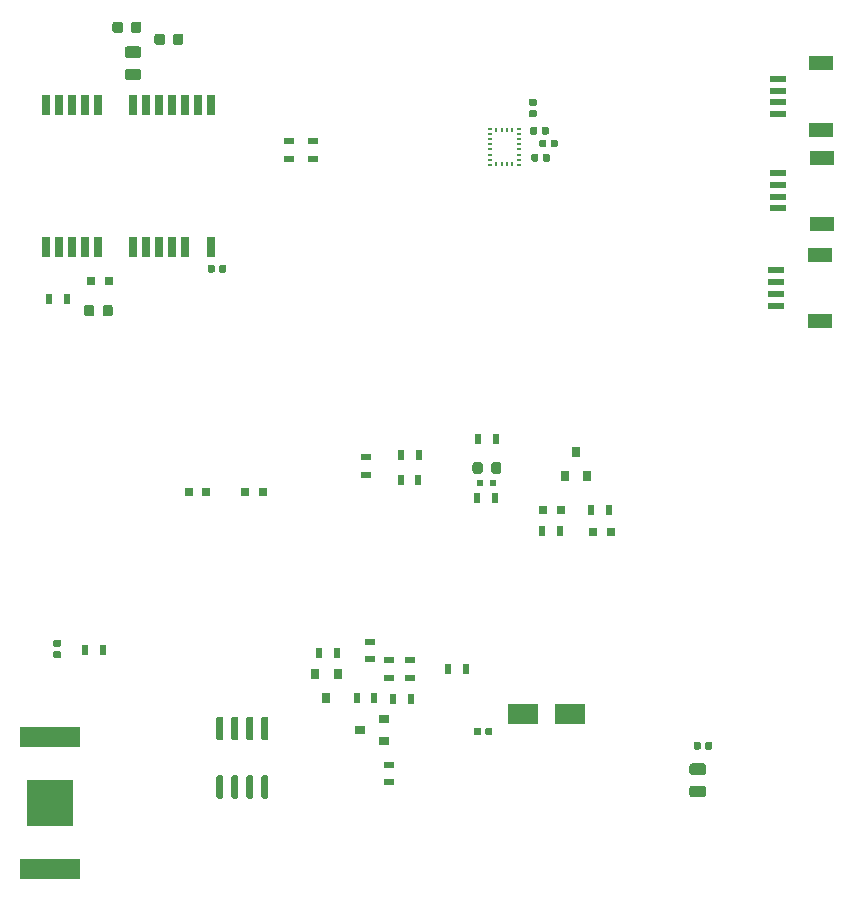
<source format=gtp>
G04 #@! TF.GenerationSoftware,KiCad,Pcbnew,(5.1.5)-3*
G04 #@! TF.CreationDate,2020-05-03T22:11:19-07:00*
G04 #@! TF.ProjectId,DashSight-Mezzanine-Card,44617368-5369-4676-9874-2d4d657a7a61,rev?*
G04 #@! TF.SameCoordinates,Original*
G04 #@! TF.FileFunction,Paste,Top*
G04 #@! TF.FilePolarity,Positive*
%FSLAX46Y46*%
G04 Gerber Fmt 4.6, Leading zero omitted, Abs format (unit mm)*
G04 Created by KiCad (PCBNEW (5.1.5)-3) date 2020-05-03 22:11:19*
%MOMM*%
%LPD*%
G04 APERTURE LIST*
%ADD10C,0.100000*%
%ADD11R,0.350000X0.230000*%
%ADD12R,0.230000X0.350000*%
%ADD13R,1.998980X1.198880*%
%ADD14R,1.348740X0.599440*%
%ADD15R,0.800000X0.900000*%
%ADD16R,0.800000X1.800000*%
%ADD17R,0.900000X0.800000*%
%ADD18R,0.800000X0.750000*%
%ADD19R,4.000000X4.000000*%
%ADD20R,5.100000X1.800000*%
%ADD21R,2.500000X1.800000*%
%ADD22R,0.500000X0.900000*%
%ADD23R,0.600000X0.500000*%
%ADD24R,0.900000X0.500000*%
G04 APERTURE END LIST*
D10*
G36*
X138187691Y-75726053D02*
G01*
X138208926Y-75729203D01*
X138229750Y-75734419D01*
X138249962Y-75741651D01*
X138269368Y-75750830D01*
X138287781Y-75761866D01*
X138305024Y-75774654D01*
X138320930Y-75789070D01*
X138335346Y-75804976D01*
X138348134Y-75822219D01*
X138359170Y-75840632D01*
X138368349Y-75860038D01*
X138375581Y-75880250D01*
X138380797Y-75901074D01*
X138383947Y-75922309D01*
X138385000Y-75943750D01*
X138385000Y-76456250D01*
X138383947Y-76477691D01*
X138380797Y-76498926D01*
X138375581Y-76519750D01*
X138368349Y-76539962D01*
X138359170Y-76559368D01*
X138348134Y-76577781D01*
X138335346Y-76595024D01*
X138320930Y-76610930D01*
X138305024Y-76625346D01*
X138287781Y-76638134D01*
X138269368Y-76649170D01*
X138249962Y-76658349D01*
X138229750Y-76665581D01*
X138208926Y-76670797D01*
X138187691Y-76673947D01*
X138166250Y-76675000D01*
X137728750Y-76675000D01*
X137707309Y-76673947D01*
X137686074Y-76670797D01*
X137665250Y-76665581D01*
X137645038Y-76658349D01*
X137625632Y-76649170D01*
X137607219Y-76638134D01*
X137589976Y-76625346D01*
X137574070Y-76610930D01*
X137559654Y-76595024D01*
X137546866Y-76577781D01*
X137535830Y-76559368D01*
X137526651Y-76539962D01*
X137519419Y-76519750D01*
X137514203Y-76498926D01*
X137511053Y-76477691D01*
X137510000Y-76456250D01*
X137510000Y-75943750D01*
X137511053Y-75922309D01*
X137514203Y-75901074D01*
X137519419Y-75880250D01*
X137526651Y-75860038D01*
X137535830Y-75840632D01*
X137546866Y-75822219D01*
X137559654Y-75804976D01*
X137574070Y-75789070D01*
X137589976Y-75774654D01*
X137607219Y-75761866D01*
X137625632Y-75750830D01*
X137645038Y-75741651D01*
X137665250Y-75734419D01*
X137686074Y-75729203D01*
X137707309Y-75726053D01*
X137728750Y-75725000D01*
X138166250Y-75725000D01*
X138187691Y-75726053D01*
G37*
G36*
X136612691Y-75726053D02*
G01*
X136633926Y-75729203D01*
X136654750Y-75734419D01*
X136674962Y-75741651D01*
X136694368Y-75750830D01*
X136712781Y-75761866D01*
X136730024Y-75774654D01*
X136745930Y-75789070D01*
X136760346Y-75804976D01*
X136773134Y-75822219D01*
X136784170Y-75840632D01*
X136793349Y-75860038D01*
X136800581Y-75880250D01*
X136805797Y-75901074D01*
X136808947Y-75922309D01*
X136810000Y-75943750D01*
X136810000Y-76456250D01*
X136808947Y-76477691D01*
X136805797Y-76498926D01*
X136800581Y-76519750D01*
X136793349Y-76539962D01*
X136784170Y-76559368D01*
X136773134Y-76577781D01*
X136760346Y-76595024D01*
X136745930Y-76610930D01*
X136730024Y-76625346D01*
X136712781Y-76638134D01*
X136694368Y-76649170D01*
X136674962Y-76658349D01*
X136654750Y-76665581D01*
X136633926Y-76670797D01*
X136612691Y-76673947D01*
X136591250Y-76675000D01*
X136153750Y-76675000D01*
X136132309Y-76673947D01*
X136111074Y-76670797D01*
X136090250Y-76665581D01*
X136070038Y-76658349D01*
X136050632Y-76649170D01*
X136032219Y-76638134D01*
X136014976Y-76625346D01*
X135999070Y-76610930D01*
X135984654Y-76595024D01*
X135971866Y-76577781D01*
X135960830Y-76559368D01*
X135951651Y-76539962D01*
X135944419Y-76519750D01*
X135939203Y-76498926D01*
X135936053Y-76477691D01*
X135935000Y-76456250D01*
X135935000Y-75943750D01*
X135936053Y-75922309D01*
X135939203Y-75901074D01*
X135944419Y-75880250D01*
X135951651Y-75860038D01*
X135960830Y-75840632D01*
X135971866Y-75822219D01*
X135984654Y-75804976D01*
X135999070Y-75789070D01*
X136014976Y-75774654D01*
X136032219Y-75761866D01*
X136050632Y-75750830D01*
X136070038Y-75741651D01*
X136090250Y-75734419D01*
X136111074Y-75729203D01*
X136132309Y-75726053D01*
X136153750Y-75725000D01*
X136591250Y-75725000D01*
X136612691Y-75726053D01*
G37*
G36*
X151421703Y-115546722D02*
G01*
X151436264Y-115548882D01*
X151450543Y-115552459D01*
X151464403Y-115557418D01*
X151477710Y-115563712D01*
X151490336Y-115571280D01*
X151502159Y-115580048D01*
X151513066Y-115589934D01*
X151522952Y-115600841D01*
X151531720Y-115612664D01*
X151539288Y-115625290D01*
X151545582Y-115638597D01*
X151550541Y-115652457D01*
X151554118Y-115666736D01*
X151556278Y-115681297D01*
X151557000Y-115696000D01*
X151557000Y-117346000D01*
X151556278Y-117360703D01*
X151554118Y-117375264D01*
X151550541Y-117389543D01*
X151545582Y-117403403D01*
X151539288Y-117416710D01*
X151531720Y-117429336D01*
X151522952Y-117441159D01*
X151513066Y-117452066D01*
X151502159Y-117461952D01*
X151490336Y-117470720D01*
X151477710Y-117478288D01*
X151464403Y-117484582D01*
X151450543Y-117489541D01*
X151436264Y-117493118D01*
X151421703Y-117495278D01*
X151407000Y-117496000D01*
X151107000Y-117496000D01*
X151092297Y-117495278D01*
X151077736Y-117493118D01*
X151063457Y-117489541D01*
X151049597Y-117484582D01*
X151036290Y-117478288D01*
X151023664Y-117470720D01*
X151011841Y-117461952D01*
X151000934Y-117452066D01*
X150991048Y-117441159D01*
X150982280Y-117429336D01*
X150974712Y-117416710D01*
X150968418Y-117403403D01*
X150963459Y-117389543D01*
X150959882Y-117375264D01*
X150957722Y-117360703D01*
X150957000Y-117346000D01*
X150957000Y-115696000D01*
X150957722Y-115681297D01*
X150959882Y-115666736D01*
X150963459Y-115652457D01*
X150968418Y-115638597D01*
X150974712Y-115625290D01*
X150982280Y-115612664D01*
X150991048Y-115600841D01*
X151000934Y-115589934D01*
X151011841Y-115580048D01*
X151023664Y-115571280D01*
X151036290Y-115563712D01*
X151049597Y-115557418D01*
X151063457Y-115552459D01*
X151077736Y-115548882D01*
X151092297Y-115546722D01*
X151107000Y-115546000D01*
X151407000Y-115546000D01*
X151421703Y-115546722D01*
G37*
G36*
X150151703Y-115546722D02*
G01*
X150166264Y-115548882D01*
X150180543Y-115552459D01*
X150194403Y-115557418D01*
X150207710Y-115563712D01*
X150220336Y-115571280D01*
X150232159Y-115580048D01*
X150243066Y-115589934D01*
X150252952Y-115600841D01*
X150261720Y-115612664D01*
X150269288Y-115625290D01*
X150275582Y-115638597D01*
X150280541Y-115652457D01*
X150284118Y-115666736D01*
X150286278Y-115681297D01*
X150287000Y-115696000D01*
X150287000Y-117346000D01*
X150286278Y-117360703D01*
X150284118Y-117375264D01*
X150280541Y-117389543D01*
X150275582Y-117403403D01*
X150269288Y-117416710D01*
X150261720Y-117429336D01*
X150252952Y-117441159D01*
X150243066Y-117452066D01*
X150232159Y-117461952D01*
X150220336Y-117470720D01*
X150207710Y-117478288D01*
X150194403Y-117484582D01*
X150180543Y-117489541D01*
X150166264Y-117493118D01*
X150151703Y-117495278D01*
X150137000Y-117496000D01*
X149837000Y-117496000D01*
X149822297Y-117495278D01*
X149807736Y-117493118D01*
X149793457Y-117489541D01*
X149779597Y-117484582D01*
X149766290Y-117478288D01*
X149753664Y-117470720D01*
X149741841Y-117461952D01*
X149730934Y-117452066D01*
X149721048Y-117441159D01*
X149712280Y-117429336D01*
X149704712Y-117416710D01*
X149698418Y-117403403D01*
X149693459Y-117389543D01*
X149689882Y-117375264D01*
X149687722Y-117360703D01*
X149687000Y-117346000D01*
X149687000Y-115696000D01*
X149687722Y-115681297D01*
X149689882Y-115666736D01*
X149693459Y-115652457D01*
X149698418Y-115638597D01*
X149704712Y-115625290D01*
X149712280Y-115612664D01*
X149721048Y-115600841D01*
X149730934Y-115589934D01*
X149741841Y-115580048D01*
X149753664Y-115571280D01*
X149766290Y-115563712D01*
X149779597Y-115557418D01*
X149793457Y-115552459D01*
X149807736Y-115548882D01*
X149822297Y-115546722D01*
X149837000Y-115546000D01*
X150137000Y-115546000D01*
X150151703Y-115546722D01*
G37*
G36*
X148881703Y-115546722D02*
G01*
X148896264Y-115548882D01*
X148910543Y-115552459D01*
X148924403Y-115557418D01*
X148937710Y-115563712D01*
X148950336Y-115571280D01*
X148962159Y-115580048D01*
X148973066Y-115589934D01*
X148982952Y-115600841D01*
X148991720Y-115612664D01*
X148999288Y-115625290D01*
X149005582Y-115638597D01*
X149010541Y-115652457D01*
X149014118Y-115666736D01*
X149016278Y-115681297D01*
X149017000Y-115696000D01*
X149017000Y-117346000D01*
X149016278Y-117360703D01*
X149014118Y-117375264D01*
X149010541Y-117389543D01*
X149005582Y-117403403D01*
X148999288Y-117416710D01*
X148991720Y-117429336D01*
X148982952Y-117441159D01*
X148973066Y-117452066D01*
X148962159Y-117461952D01*
X148950336Y-117470720D01*
X148937710Y-117478288D01*
X148924403Y-117484582D01*
X148910543Y-117489541D01*
X148896264Y-117493118D01*
X148881703Y-117495278D01*
X148867000Y-117496000D01*
X148567000Y-117496000D01*
X148552297Y-117495278D01*
X148537736Y-117493118D01*
X148523457Y-117489541D01*
X148509597Y-117484582D01*
X148496290Y-117478288D01*
X148483664Y-117470720D01*
X148471841Y-117461952D01*
X148460934Y-117452066D01*
X148451048Y-117441159D01*
X148442280Y-117429336D01*
X148434712Y-117416710D01*
X148428418Y-117403403D01*
X148423459Y-117389543D01*
X148419882Y-117375264D01*
X148417722Y-117360703D01*
X148417000Y-117346000D01*
X148417000Y-115696000D01*
X148417722Y-115681297D01*
X148419882Y-115666736D01*
X148423459Y-115652457D01*
X148428418Y-115638597D01*
X148434712Y-115625290D01*
X148442280Y-115612664D01*
X148451048Y-115600841D01*
X148460934Y-115589934D01*
X148471841Y-115580048D01*
X148483664Y-115571280D01*
X148496290Y-115563712D01*
X148509597Y-115557418D01*
X148523457Y-115552459D01*
X148537736Y-115548882D01*
X148552297Y-115546722D01*
X148567000Y-115546000D01*
X148867000Y-115546000D01*
X148881703Y-115546722D01*
G37*
G36*
X147611703Y-115546722D02*
G01*
X147626264Y-115548882D01*
X147640543Y-115552459D01*
X147654403Y-115557418D01*
X147667710Y-115563712D01*
X147680336Y-115571280D01*
X147692159Y-115580048D01*
X147703066Y-115589934D01*
X147712952Y-115600841D01*
X147721720Y-115612664D01*
X147729288Y-115625290D01*
X147735582Y-115638597D01*
X147740541Y-115652457D01*
X147744118Y-115666736D01*
X147746278Y-115681297D01*
X147747000Y-115696000D01*
X147747000Y-117346000D01*
X147746278Y-117360703D01*
X147744118Y-117375264D01*
X147740541Y-117389543D01*
X147735582Y-117403403D01*
X147729288Y-117416710D01*
X147721720Y-117429336D01*
X147712952Y-117441159D01*
X147703066Y-117452066D01*
X147692159Y-117461952D01*
X147680336Y-117470720D01*
X147667710Y-117478288D01*
X147654403Y-117484582D01*
X147640543Y-117489541D01*
X147626264Y-117493118D01*
X147611703Y-117495278D01*
X147597000Y-117496000D01*
X147297000Y-117496000D01*
X147282297Y-117495278D01*
X147267736Y-117493118D01*
X147253457Y-117489541D01*
X147239597Y-117484582D01*
X147226290Y-117478288D01*
X147213664Y-117470720D01*
X147201841Y-117461952D01*
X147190934Y-117452066D01*
X147181048Y-117441159D01*
X147172280Y-117429336D01*
X147164712Y-117416710D01*
X147158418Y-117403403D01*
X147153459Y-117389543D01*
X147149882Y-117375264D01*
X147147722Y-117360703D01*
X147147000Y-117346000D01*
X147147000Y-115696000D01*
X147147722Y-115681297D01*
X147149882Y-115666736D01*
X147153459Y-115652457D01*
X147158418Y-115638597D01*
X147164712Y-115625290D01*
X147172280Y-115612664D01*
X147181048Y-115600841D01*
X147190934Y-115589934D01*
X147201841Y-115580048D01*
X147213664Y-115571280D01*
X147226290Y-115563712D01*
X147239597Y-115557418D01*
X147253457Y-115552459D01*
X147267736Y-115548882D01*
X147282297Y-115546722D01*
X147297000Y-115546000D01*
X147597000Y-115546000D01*
X147611703Y-115546722D01*
G37*
G36*
X147611703Y-110596722D02*
G01*
X147626264Y-110598882D01*
X147640543Y-110602459D01*
X147654403Y-110607418D01*
X147667710Y-110613712D01*
X147680336Y-110621280D01*
X147692159Y-110630048D01*
X147703066Y-110639934D01*
X147712952Y-110650841D01*
X147721720Y-110662664D01*
X147729288Y-110675290D01*
X147735582Y-110688597D01*
X147740541Y-110702457D01*
X147744118Y-110716736D01*
X147746278Y-110731297D01*
X147747000Y-110746000D01*
X147747000Y-112396000D01*
X147746278Y-112410703D01*
X147744118Y-112425264D01*
X147740541Y-112439543D01*
X147735582Y-112453403D01*
X147729288Y-112466710D01*
X147721720Y-112479336D01*
X147712952Y-112491159D01*
X147703066Y-112502066D01*
X147692159Y-112511952D01*
X147680336Y-112520720D01*
X147667710Y-112528288D01*
X147654403Y-112534582D01*
X147640543Y-112539541D01*
X147626264Y-112543118D01*
X147611703Y-112545278D01*
X147597000Y-112546000D01*
X147297000Y-112546000D01*
X147282297Y-112545278D01*
X147267736Y-112543118D01*
X147253457Y-112539541D01*
X147239597Y-112534582D01*
X147226290Y-112528288D01*
X147213664Y-112520720D01*
X147201841Y-112511952D01*
X147190934Y-112502066D01*
X147181048Y-112491159D01*
X147172280Y-112479336D01*
X147164712Y-112466710D01*
X147158418Y-112453403D01*
X147153459Y-112439543D01*
X147149882Y-112425264D01*
X147147722Y-112410703D01*
X147147000Y-112396000D01*
X147147000Y-110746000D01*
X147147722Y-110731297D01*
X147149882Y-110716736D01*
X147153459Y-110702457D01*
X147158418Y-110688597D01*
X147164712Y-110675290D01*
X147172280Y-110662664D01*
X147181048Y-110650841D01*
X147190934Y-110639934D01*
X147201841Y-110630048D01*
X147213664Y-110621280D01*
X147226290Y-110613712D01*
X147239597Y-110607418D01*
X147253457Y-110602459D01*
X147267736Y-110598882D01*
X147282297Y-110596722D01*
X147297000Y-110596000D01*
X147597000Y-110596000D01*
X147611703Y-110596722D01*
G37*
G36*
X148881703Y-110596722D02*
G01*
X148896264Y-110598882D01*
X148910543Y-110602459D01*
X148924403Y-110607418D01*
X148937710Y-110613712D01*
X148950336Y-110621280D01*
X148962159Y-110630048D01*
X148973066Y-110639934D01*
X148982952Y-110650841D01*
X148991720Y-110662664D01*
X148999288Y-110675290D01*
X149005582Y-110688597D01*
X149010541Y-110702457D01*
X149014118Y-110716736D01*
X149016278Y-110731297D01*
X149017000Y-110746000D01*
X149017000Y-112396000D01*
X149016278Y-112410703D01*
X149014118Y-112425264D01*
X149010541Y-112439543D01*
X149005582Y-112453403D01*
X148999288Y-112466710D01*
X148991720Y-112479336D01*
X148982952Y-112491159D01*
X148973066Y-112502066D01*
X148962159Y-112511952D01*
X148950336Y-112520720D01*
X148937710Y-112528288D01*
X148924403Y-112534582D01*
X148910543Y-112539541D01*
X148896264Y-112543118D01*
X148881703Y-112545278D01*
X148867000Y-112546000D01*
X148567000Y-112546000D01*
X148552297Y-112545278D01*
X148537736Y-112543118D01*
X148523457Y-112539541D01*
X148509597Y-112534582D01*
X148496290Y-112528288D01*
X148483664Y-112520720D01*
X148471841Y-112511952D01*
X148460934Y-112502066D01*
X148451048Y-112491159D01*
X148442280Y-112479336D01*
X148434712Y-112466710D01*
X148428418Y-112453403D01*
X148423459Y-112439543D01*
X148419882Y-112425264D01*
X148417722Y-112410703D01*
X148417000Y-112396000D01*
X148417000Y-110746000D01*
X148417722Y-110731297D01*
X148419882Y-110716736D01*
X148423459Y-110702457D01*
X148428418Y-110688597D01*
X148434712Y-110675290D01*
X148442280Y-110662664D01*
X148451048Y-110650841D01*
X148460934Y-110639934D01*
X148471841Y-110630048D01*
X148483664Y-110621280D01*
X148496290Y-110613712D01*
X148509597Y-110607418D01*
X148523457Y-110602459D01*
X148537736Y-110598882D01*
X148552297Y-110596722D01*
X148567000Y-110596000D01*
X148867000Y-110596000D01*
X148881703Y-110596722D01*
G37*
G36*
X150151703Y-110596722D02*
G01*
X150166264Y-110598882D01*
X150180543Y-110602459D01*
X150194403Y-110607418D01*
X150207710Y-110613712D01*
X150220336Y-110621280D01*
X150232159Y-110630048D01*
X150243066Y-110639934D01*
X150252952Y-110650841D01*
X150261720Y-110662664D01*
X150269288Y-110675290D01*
X150275582Y-110688597D01*
X150280541Y-110702457D01*
X150284118Y-110716736D01*
X150286278Y-110731297D01*
X150287000Y-110746000D01*
X150287000Y-112396000D01*
X150286278Y-112410703D01*
X150284118Y-112425264D01*
X150280541Y-112439543D01*
X150275582Y-112453403D01*
X150269288Y-112466710D01*
X150261720Y-112479336D01*
X150252952Y-112491159D01*
X150243066Y-112502066D01*
X150232159Y-112511952D01*
X150220336Y-112520720D01*
X150207710Y-112528288D01*
X150194403Y-112534582D01*
X150180543Y-112539541D01*
X150166264Y-112543118D01*
X150151703Y-112545278D01*
X150137000Y-112546000D01*
X149837000Y-112546000D01*
X149822297Y-112545278D01*
X149807736Y-112543118D01*
X149793457Y-112539541D01*
X149779597Y-112534582D01*
X149766290Y-112528288D01*
X149753664Y-112520720D01*
X149741841Y-112511952D01*
X149730934Y-112502066D01*
X149721048Y-112491159D01*
X149712280Y-112479336D01*
X149704712Y-112466710D01*
X149698418Y-112453403D01*
X149693459Y-112439543D01*
X149689882Y-112425264D01*
X149687722Y-112410703D01*
X149687000Y-112396000D01*
X149687000Y-110746000D01*
X149687722Y-110731297D01*
X149689882Y-110716736D01*
X149693459Y-110702457D01*
X149698418Y-110688597D01*
X149704712Y-110675290D01*
X149712280Y-110662664D01*
X149721048Y-110650841D01*
X149730934Y-110639934D01*
X149741841Y-110630048D01*
X149753664Y-110621280D01*
X149766290Y-110613712D01*
X149779597Y-110607418D01*
X149793457Y-110602459D01*
X149807736Y-110598882D01*
X149822297Y-110596722D01*
X149837000Y-110596000D01*
X150137000Y-110596000D01*
X150151703Y-110596722D01*
G37*
G36*
X151421703Y-110596722D02*
G01*
X151436264Y-110598882D01*
X151450543Y-110602459D01*
X151464403Y-110607418D01*
X151477710Y-110613712D01*
X151490336Y-110621280D01*
X151502159Y-110630048D01*
X151513066Y-110639934D01*
X151522952Y-110650841D01*
X151531720Y-110662664D01*
X151539288Y-110675290D01*
X151545582Y-110688597D01*
X151550541Y-110702457D01*
X151554118Y-110716736D01*
X151556278Y-110731297D01*
X151557000Y-110746000D01*
X151557000Y-112396000D01*
X151556278Y-112410703D01*
X151554118Y-112425264D01*
X151550541Y-112439543D01*
X151545582Y-112453403D01*
X151539288Y-112466710D01*
X151531720Y-112479336D01*
X151522952Y-112491159D01*
X151513066Y-112502066D01*
X151502159Y-112511952D01*
X151490336Y-112520720D01*
X151477710Y-112528288D01*
X151464403Y-112534582D01*
X151450543Y-112539541D01*
X151436264Y-112543118D01*
X151421703Y-112545278D01*
X151407000Y-112546000D01*
X151107000Y-112546000D01*
X151092297Y-112545278D01*
X151077736Y-112543118D01*
X151063457Y-112539541D01*
X151049597Y-112534582D01*
X151036290Y-112528288D01*
X151023664Y-112520720D01*
X151011841Y-112511952D01*
X151000934Y-112502066D01*
X150991048Y-112491159D01*
X150982280Y-112479336D01*
X150974712Y-112466710D01*
X150968418Y-112453403D01*
X150963459Y-112439543D01*
X150959882Y-112425264D01*
X150957722Y-112410703D01*
X150957000Y-112396000D01*
X150957000Y-110746000D01*
X150957722Y-110731297D01*
X150959882Y-110716736D01*
X150963459Y-110702457D01*
X150968418Y-110688597D01*
X150974712Y-110675290D01*
X150982280Y-110662664D01*
X150991048Y-110650841D01*
X151000934Y-110639934D01*
X151011841Y-110630048D01*
X151023664Y-110621280D01*
X151036290Y-110613712D01*
X151049597Y-110607418D01*
X151063457Y-110602459D01*
X151077736Y-110598882D01*
X151092297Y-110596722D01*
X151107000Y-110596000D01*
X151407000Y-110596000D01*
X151421703Y-110596722D01*
G37*
D11*
X170275800Y-63836600D03*
X170275800Y-63406600D03*
X170275800Y-62976600D03*
X170275800Y-62546600D03*
X170275800Y-62116600D03*
X170275800Y-61686600D03*
X170275800Y-61256600D03*
X170275800Y-60826600D03*
X172725800Y-63836600D03*
X172725800Y-63406600D03*
X172725800Y-62976600D03*
X172725800Y-62546600D03*
X172725800Y-62116600D03*
X172725800Y-61686600D03*
X172725800Y-61256600D03*
D12*
X170855800Y-63806600D03*
X170855800Y-60856600D03*
X171285800Y-63806600D03*
X171285800Y-60856600D03*
X171715800Y-63806600D03*
X171715800Y-60856600D03*
X172145800Y-63806600D03*
X172145800Y-60856600D03*
D11*
X172725800Y-60826600D03*
D13*
X198236840Y-77068680D03*
X198236840Y-71470520D03*
D14*
X194564000Y-72771000D03*
X194564000Y-73771760D03*
X194564000Y-74767440D03*
X194564000Y-75768200D03*
D13*
X198389240Y-68839080D03*
X198389240Y-63240920D03*
D14*
X194716400Y-64541400D03*
X194716400Y-65542160D03*
X194716400Y-66537840D03*
X194716400Y-67538600D03*
D13*
X198338440Y-60863480D03*
X198338440Y-55265320D03*
D14*
X194665600Y-56565800D03*
X194665600Y-57566560D03*
X194665600Y-58562240D03*
X194665600Y-59563000D03*
D10*
G36*
X171080691Y-89035653D02*
G01*
X171101926Y-89038803D01*
X171122750Y-89044019D01*
X171142962Y-89051251D01*
X171162368Y-89060430D01*
X171180781Y-89071466D01*
X171198024Y-89084254D01*
X171213930Y-89098670D01*
X171228346Y-89114576D01*
X171241134Y-89131819D01*
X171252170Y-89150232D01*
X171261349Y-89169638D01*
X171268581Y-89189850D01*
X171273797Y-89210674D01*
X171276947Y-89231909D01*
X171278000Y-89253350D01*
X171278000Y-89765850D01*
X171276947Y-89787291D01*
X171273797Y-89808526D01*
X171268581Y-89829350D01*
X171261349Y-89849562D01*
X171252170Y-89868968D01*
X171241134Y-89887381D01*
X171228346Y-89904624D01*
X171213930Y-89920530D01*
X171198024Y-89934946D01*
X171180781Y-89947734D01*
X171162368Y-89958770D01*
X171142962Y-89967949D01*
X171122750Y-89975181D01*
X171101926Y-89980397D01*
X171080691Y-89983547D01*
X171059250Y-89984600D01*
X170621750Y-89984600D01*
X170600309Y-89983547D01*
X170579074Y-89980397D01*
X170558250Y-89975181D01*
X170538038Y-89967949D01*
X170518632Y-89958770D01*
X170500219Y-89947734D01*
X170482976Y-89934946D01*
X170467070Y-89920530D01*
X170452654Y-89904624D01*
X170439866Y-89887381D01*
X170428830Y-89868968D01*
X170419651Y-89849562D01*
X170412419Y-89829350D01*
X170407203Y-89808526D01*
X170404053Y-89787291D01*
X170403000Y-89765850D01*
X170403000Y-89253350D01*
X170404053Y-89231909D01*
X170407203Y-89210674D01*
X170412419Y-89189850D01*
X170419651Y-89169638D01*
X170428830Y-89150232D01*
X170439866Y-89131819D01*
X170452654Y-89114576D01*
X170467070Y-89098670D01*
X170482976Y-89084254D01*
X170500219Y-89071466D01*
X170518632Y-89060430D01*
X170538038Y-89051251D01*
X170558250Y-89044019D01*
X170579074Y-89038803D01*
X170600309Y-89035653D01*
X170621750Y-89034600D01*
X171059250Y-89034600D01*
X171080691Y-89035653D01*
G37*
G36*
X169505691Y-89035653D02*
G01*
X169526926Y-89038803D01*
X169547750Y-89044019D01*
X169567962Y-89051251D01*
X169587368Y-89060430D01*
X169605781Y-89071466D01*
X169623024Y-89084254D01*
X169638930Y-89098670D01*
X169653346Y-89114576D01*
X169666134Y-89131819D01*
X169677170Y-89150232D01*
X169686349Y-89169638D01*
X169693581Y-89189850D01*
X169698797Y-89210674D01*
X169701947Y-89231909D01*
X169703000Y-89253350D01*
X169703000Y-89765850D01*
X169701947Y-89787291D01*
X169698797Y-89808526D01*
X169693581Y-89829350D01*
X169686349Y-89849562D01*
X169677170Y-89868968D01*
X169666134Y-89887381D01*
X169653346Y-89904624D01*
X169638930Y-89920530D01*
X169623024Y-89934946D01*
X169605781Y-89947734D01*
X169587368Y-89958770D01*
X169567962Y-89967949D01*
X169547750Y-89975181D01*
X169526926Y-89980397D01*
X169505691Y-89983547D01*
X169484250Y-89984600D01*
X169046750Y-89984600D01*
X169025309Y-89983547D01*
X169004074Y-89980397D01*
X168983250Y-89975181D01*
X168963038Y-89967949D01*
X168943632Y-89958770D01*
X168925219Y-89947734D01*
X168907976Y-89934946D01*
X168892070Y-89920530D01*
X168877654Y-89904624D01*
X168864866Y-89887381D01*
X168853830Y-89868968D01*
X168844651Y-89849562D01*
X168837419Y-89829350D01*
X168832203Y-89808526D01*
X168829053Y-89787291D01*
X168828000Y-89765850D01*
X168828000Y-89253350D01*
X168829053Y-89231909D01*
X168832203Y-89210674D01*
X168837419Y-89189850D01*
X168844651Y-89169638D01*
X168853830Y-89150232D01*
X168864866Y-89131819D01*
X168877654Y-89114576D01*
X168892070Y-89098670D01*
X168907976Y-89084254D01*
X168925219Y-89071466D01*
X168943632Y-89060430D01*
X168963038Y-89051251D01*
X168983250Y-89044019D01*
X169004074Y-89038803D01*
X169025309Y-89035653D01*
X169046750Y-89034600D01*
X169484250Y-89034600D01*
X169505691Y-89035653D01*
G37*
G36*
X174126158Y-58250310D02*
G01*
X174140476Y-58252434D01*
X174154517Y-58255951D01*
X174168146Y-58260828D01*
X174181231Y-58267017D01*
X174193647Y-58274458D01*
X174205273Y-58283081D01*
X174215998Y-58292802D01*
X174225719Y-58303527D01*
X174234342Y-58315153D01*
X174241783Y-58327569D01*
X174247972Y-58340654D01*
X174252849Y-58354283D01*
X174256366Y-58368324D01*
X174258490Y-58382642D01*
X174259200Y-58397100D01*
X174259200Y-58692100D01*
X174258490Y-58706558D01*
X174256366Y-58720876D01*
X174252849Y-58734917D01*
X174247972Y-58748546D01*
X174241783Y-58761631D01*
X174234342Y-58774047D01*
X174225719Y-58785673D01*
X174215998Y-58796398D01*
X174205273Y-58806119D01*
X174193647Y-58814742D01*
X174181231Y-58822183D01*
X174168146Y-58828372D01*
X174154517Y-58833249D01*
X174140476Y-58836766D01*
X174126158Y-58838890D01*
X174111700Y-58839600D01*
X173766700Y-58839600D01*
X173752242Y-58838890D01*
X173737924Y-58836766D01*
X173723883Y-58833249D01*
X173710254Y-58828372D01*
X173697169Y-58822183D01*
X173684753Y-58814742D01*
X173673127Y-58806119D01*
X173662402Y-58796398D01*
X173652681Y-58785673D01*
X173644058Y-58774047D01*
X173636617Y-58761631D01*
X173630428Y-58748546D01*
X173625551Y-58734917D01*
X173622034Y-58720876D01*
X173619910Y-58706558D01*
X173619200Y-58692100D01*
X173619200Y-58397100D01*
X173619910Y-58382642D01*
X173622034Y-58368324D01*
X173625551Y-58354283D01*
X173630428Y-58340654D01*
X173636617Y-58327569D01*
X173644058Y-58315153D01*
X173652681Y-58303527D01*
X173662402Y-58292802D01*
X173673127Y-58283081D01*
X173684753Y-58274458D01*
X173697169Y-58267017D01*
X173710254Y-58260828D01*
X173723883Y-58255951D01*
X173737924Y-58252434D01*
X173752242Y-58250310D01*
X173766700Y-58249600D01*
X174111700Y-58249600D01*
X174126158Y-58250310D01*
G37*
G36*
X174126158Y-59220310D02*
G01*
X174140476Y-59222434D01*
X174154517Y-59225951D01*
X174168146Y-59230828D01*
X174181231Y-59237017D01*
X174193647Y-59244458D01*
X174205273Y-59253081D01*
X174215998Y-59262802D01*
X174225719Y-59273527D01*
X174234342Y-59285153D01*
X174241783Y-59297569D01*
X174247972Y-59310654D01*
X174252849Y-59324283D01*
X174256366Y-59338324D01*
X174258490Y-59352642D01*
X174259200Y-59367100D01*
X174259200Y-59662100D01*
X174258490Y-59676558D01*
X174256366Y-59690876D01*
X174252849Y-59704917D01*
X174247972Y-59718546D01*
X174241783Y-59731631D01*
X174234342Y-59744047D01*
X174225719Y-59755673D01*
X174215998Y-59766398D01*
X174205273Y-59776119D01*
X174193647Y-59784742D01*
X174181231Y-59792183D01*
X174168146Y-59798372D01*
X174154517Y-59803249D01*
X174140476Y-59806766D01*
X174126158Y-59808890D01*
X174111700Y-59809600D01*
X173766700Y-59809600D01*
X173752242Y-59808890D01*
X173737924Y-59806766D01*
X173723883Y-59803249D01*
X173710254Y-59798372D01*
X173697169Y-59792183D01*
X173684753Y-59784742D01*
X173673127Y-59776119D01*
X173662402Y-59766398D01*
X173652681Y-59755673D01*
X173644058Y-59744047D01*
X173636617Y-59731631D01*
X173630428Y-59718546D01*
X173625551Y-59704917D01*
X173622034Y-59690876D01*
X173619910Y-59676558D01*
X173619200Y-59662100D01*
X173619200Y-59367100D01*
X173619910Y-59352642D01*
X173622034Y-59338324D01*
X173625551Y-59324283D01*
X173630428Y-59310654D01*
X173636617Y-59297569D01*
X173644058Y-59285153D01*
X173652681Y-59273527D01*
X173662402Y-59262802D01*
X173673127Y-59253081D01*
X173684753Y-59244458D01*
X173697169Y-59237017D01*
X173710254Y-59230828D01*
X173723883Y-59225951D01*
X173737924Y-59222434D01*
X173752242Y-59220310D01*
X173766700Y-59219600D01*
X174111700Y-59219600D01*
X174126158Y-59220310D01*
G37*
G36*
X175906958Y-61707510D02*
G01*
X175921276Y-61709634D01*
X175935317Y-61713151D01*
X175948946Y-61718028D01*
X175962031Y-61724217D01*
X175974447Y-61731658D01*
X175986073Y-61740281D01*
X175996798Y-61750002D01*
X176006519Y-61760727D01*
X176015142Y-61772353D01*
X176022583Y-61784769D01*
X176028772Y-61797854D01*
X176033649Y-61811483D01*
X176037166Y-61825524D01*
X176039290Y-61839842D01*
X176040000Y-61854300D01*
X176040000Y-62199300D01*
X176039290Y-62213758D01*
X176037166Y-62228076D01*
X176033649Y-62242117D01*
X176028772Y-62255746D01*
X176022583Y-62268831D01*
X176015142Y-62281247D01*
X176006519Y-62292873D01*
X175996798Y-62303598D01*
X175986073Y-62313319D01*
X175974447Y-62321942D01*
X175962031Y-62329383D01*
X175948946Y-62335572D01*
X175935317Y-62340449D01*
X175921276Y-62343966D01*
X175906958Y-62346090D01*
X175892500Y-62346800D01*
X175597500Y-62346800D01*
X175583042Y-62346090D01*
X175568724Y-62343966D01*
X175554683Y-62340449D01*
X175541054Y-62335572D01*
X175527969Y-62329383D01*
X175515553Y-62321942D01*
X175503927Y-62313319D01*
X175493202Y-62303598D01*
X175483481Y-62292873D01*
X175474858Y-62281247D01*
X175467417Y-62268831D01*
X175461228Y-62255746D01*
X175456351Y-62242117D01*
X175452834Y-62228076D01*
X175450710Y-62213758D01*
X175450000Y-62199300D01*
X175450000Y-61854300D01*
X175450710Y-61839842D01*
X175452834Y-61825524D01*
X175456351Y-61811483D01*
X175461228Y-61797854D01*
X175467417Y-61784769D01*
X175474858Y-61772353D01*
X175483481Y-61760727D01*
X175493202Y-61750002D01*
X175503927Y-61740281D01*
X175515553Y-61731658D01*
X175527969Y-61724217D01*
X175541054Y-61718028D01*
X175554683Y-61713151D01*
X175568724Y-61709634D01*
X175583042Y-61707510D01*
X175597500Y-61706800D01*
X175892500Y-61706800D01*
X175906958Y-61707510D01*
G37*
G36*
X174936958Y-61707510D02*
G01*
X174951276Y-61709634D01*
X174965317Y-61713151D01*
X174978946Y-61718028D01*
X174992031Y-61724217D01*
X175004447Y-61731658D01*
X175016073Y-61740281D01*
X175026798Y-61750002D01*
X175036519Y-61760727D01*
X175045142Y-61772353D01*
X175052583Y-61784769D01*
X175058772Y-61797854D01*
X175063649Y-61811483D01*
X175067166Y-61825524D01*
X175069290Y-61839842D01*
X175070000Y-61854300D01*
X175070000Y-62199300D01*
X175069290Y-62213758D01*
X175067166Y-62228076D01*
X175063649Y-62242117D01*
X175058772Y-62255746D01*
X175052583Y-62268831D01*
X175045142Y-62281247D01*
X175036519Y-62292873D01*
X175026798Y-62303598D01*
X175016073Y-62313319D01*
X175004447Y-62321942D01*
X174992031Y-62329383D01*
X174978946Y-62335572D01*
X174965317Y-62340449D01*
X174951276Y-62343966D01*
X174936958Y-62346090D01*
X174922500Y-62346800D01*
X174627500Y-62346800D01*
X174613042Y-62346090D01*
X174598724Y-62343966D01*
X174584683Y-62340449D01*
X174571054Y-62335572D01*
X174557969Y-62329383D01*
X174545553Y-62321942D01*
X174533927Y-62313319D01*
X174523202Y-62303598D01*
X174513481Y-62292873D01*
X174504858Y-62281247D01*
X174497417Y-62268831D01*
X174491228Y-62255746D01*
X174486351Y-62242117D01*
X174482834Y-62228076D01*
X174480710Y-62213758D01*
X174480000Y-62199300D01*
X174480000Y-61854300D01*
X174480710Y-61839842D01*
X174482834Y-61825524D01*
X174486351Y-61811483D01*
X174491228Y-61797854D01*
X174497417Y-61784769D01*
X174504858Y-61772353D01*
X174513481Y-61760727D01*
X174523202Y-61750002D01*
X174533927Y-61740281D01*
X174545553Y-61731658D01*
X174557969Y-61724217D01*
X174571054Y-61718028D01*
X174584683Y-61713151D01*
X174598724Y-61709634D01*
X174613042Y-61707510D01*
X174627500Y-61706800D01*
X174922500Y-61706800D01*
X174936958Y-61707510D01*
G37*
G36*
X175144958Y-60640710D02*
G01*
X175159276Y-60642834D01*
X175173317Y-60646351D01*
X175186946Y-60651228D01*
X175200031Y-60657417D01*
X175212447Y-60664858D01*
X175224073Y-60673481D01*
X175234798Y-60683202D01*
X175244519Y-60693927D01*
X175253142Y-60705553D01*
X175260583Y-60717969D01*
X175266772Y-60731054D01*
X175271649Y-60744683D01*
X175275166Y-60758724D01*
X175277290Y-60773042D01*
X175278000Y-60787500D01*
X175278000Y-61132500D01*
X175277290Y-61146958D01*
X175275166Y-61161276D01*
X175271649Y-61175317D01*
X175266772Y-61188946D01*
X175260583Y-61202031D01*
X175253142Y-61214447D01*
X175244519Y-61226073D01*
X175234798Y-61236798D01*
X175224073Y-61246519D01*
X175212447Y-61255142D01*
X175200031Y-61262583D01*
X175186946Y-61268772D01*
X175173317Y-61273649D01*
X175159276Y-61277166D01*
X175144958Y-61279290D01*
X175130500Y-61280000D01*
X174835500Y-61280000D01*
X174821042Y-61279290D01*
X174806724Y-61277166D01*
X174792683Y-61273649D01*
X174779054Y-61268772D01*
X174765969Y-61262583D01*
X174753553Y-61255142D01*
X174741927Y-61246519D01*
X174731202Y-61236798D01*
X174721481Y-61226073D01*
X174712858Y-61214447D01*
X174705417Y-61202031D01*
X174699228Y-61188946D01*
X174694351Y-61175317D01*
X174690834Y-61161276D01*
X174688710Y-61146958D01*
X174688000Y-61132500D01*
X174688000Y-60787500D01*
X174688710Y-60773042D01*
X174690834Y-60758724D01*
X174694351Y-60744683D01*
X174699228Y-60731054D01*
X174705417Y-60717969D01*
X174712858Y-60705553D01*
X174721481Y-60693927D01*
X174731202Y-60683202D01*
X174741927Y-60673481D01*
X174753553Y-60664858D01*
X174765969Y-60657417D01*
X174779054Y-60651228D01*
X174792683Y-60646351D01*
X174806724Y-60642834D01*
X174821042Y-60640710D01*
X174835500Y-60640000D01*
X175130500Y-60640000D01*
X175144958Y-60640710D01*
G37*
G36*
X174174958Y-60640710D02*
G01*
X174189276Y-60642834D01*
X174203317Y-60646351D01*
X174216946Y-60651228D01*
X174230031Y-60657417D01*
X174242447Y-60664858D01*
X174254073Y-60673481D01*
X174264798Y-60683202D01*
X174274519Y-60693927D01*
X174283142Y-60705553D01*
X174290583Y-60717969D01*
X174296772Y-60731054D01*
X174301649Y-60744683D01*
X174305166Y-60758724D01*
X174307290Y-60773042D01*
X174308000Y-60787500D01*
X174308000Y-61132500D01*
X174307290Y-61146958D01*
X174305166Y-61161276D01*
X174301649Y-61175317D01*
X174296772Y-61188946D01*
X174290583Y-61202031D01*
X174283142Y-61214447D01*
X174274519Y-61226073D01*
X174264798Y-61236798D01*
X174254073Y-61246519D01*
X174242447Y-61255142D01*
X174230031Y-61262583D01*
X174216946Y-61268772D01*
X174203317Y-61273649D01*
X174189276Y-61277166D01*
X174174958Y-61279290D01*
X174160500Y-61280000D01*
X173865500Y-61280000D01*
X173851042Y-61279290D01*
X173836724Y-61277166D01*
X173822683Y-61273649D01*
X173809054Y-61268772D01*
X173795969Y-61262583D01*
X173783553Y-61255142D01*
X173771927Y-61246519D01*
X173761202Y-61236798D01*
X173751481Y-61226073D01*
X173742858Y-61214447D01*
X173735417Y-61202031D01*
X173729228Y-61188946D01*
X173724351Y-61175317D01*
X173720834Y-61161276D01*
X173718710Y-61146958D01*
X173718000Y-61132500D01*
X173718000Y-60787500D01*
X173718710Y-60773042D01*
X173720834Y-60758724D01*
X173724351Y-60744683D01*
X173729228Y-60731054D01*
X173735417Y-60717969D01*
X173742858Y-60705553D01*
X173751481Y-60693927D01*
X173761202Y-60683202D01*
X173771927Y-60673481D01*
X173783553Y-60664858D01*
X173795969Y-60657417D01*
X173809054Y-60651228D01*
X173822683Y-60646351D01*
X173836724Y-60642834D01*
X173851042Y-60640710D01*
X173865500Y-60640000D01*
X174160500Y-60640000D01*
X174174958Y-60640710D01*
G37*
G36*
X175246558Y-62926710D02*
G01*
X175260876Y-62928834D01*
X175274917Y-62932351D01*
X175288546Y-62937228D01*
X175301631Y-62943417D01*
X175314047Y-62950858D01*
X175325673Y-62959481D01*
X175336398Y-62969202D01*
X175346119Y-62979927D01*
X175354742Y-62991553D01*
X175362183Y-63003969D01*
X175368372Y-63017054D01*
X175373249Y-63030683D01*
X175376766Y-63044724D01*
X175378890Y-63059042D01*
X175379600Y-63073500D01*
X175379600Y-63418500D01*
X175378890Y-63432958D01*
X175376766Y-63447276D01*
X175373249Y-63461317D01*
X175368372Y-63474946D01*
X175362183Y-63488031D01*
X175354742Y-63500447D01*
X175346119Y-63512073D01*
X175336398Y-63522798D01*
X175325673Y-63532519D01*
X175314047Y-63541142D01*
X175301631Y-63548583D01*
X175288546Y-63554772D01*
X175274917Y-63559649D01*
X175260876Y-63563166D01*
X175246558Y-63565290D01*
X175232100Y-63566000D01*
X174937100Y-63566000D01*
X174922642Y-63565290D01*
X174908324Y-63563166D01*
X174894283Y-63559649D01*
X174880654Y-63554772D01*
X174867569Y-63548583D01*
X174855153Y-63541142D01*
X174843527Y-63532519D01*
X174832802Y-63522798D01*
X174823081Y-63512073D01*
X174814458Y-63500447D01*
X174807017Y-63488031D01*
X174800828Y-63474946D01*
X174795951Y-63461317D01*
X174792434Y-63447276D01*
X174790310Y-63432958D01*
X174789600Y-63418500D01*
X174789600Y-63073500D01*
X174790310Y-63059042D01*
X174792434Y-63044724D01*
X174795951Y-63030683D01*
X174800828Y-63017054D01*
X174807017Y-63003969D01*
X174814458Y-62991553D01*
X174823081Y-62979927D01*
X174832802Y-62969202D01*
X174843527Y-62959481D01*
X174855153Y-62950858D01*
X174867569Y-62943417D01*
X174880654Y-62937228D01*
X174894283Y-62932351D01*
X174908324Y-62928834D01*
X174922642Y-62926710D01*
X174937100Y-62926000D01*
X175232100Y-62926000D01*
X175246558Y-62926710D01*
G37*
G36*
X174276558Y-62926710D02*
G01*
X174290876Y-62928834D01*
X174304917Y-62932351D01*
X174318546Y-62937228D01*
X174331631Y-62943417D01*
X174344047Y-62950858D01*
X174355673Y-62959481D01*
X174366398Y-62969202D01*
X174376119Y-62979927D01*
X174384742Y-62991553D01*
X174392183Y-63003969D01*
X174398372Y-63017054D01*
X174403249Y-63030683D01*
X174406766Y-63044724D01*
X174408890Y-63059042D01*
X174409600Y-63073500D01*
X174409600Y-63418500D01*
X174408890Y-63432958D01*
X174406766Y-63447276D01*
X174403249Y-63461317D01*
X174398372Y-63474946D01*
X174392183Y-63488031D01*
X174384742Y-63500447D01*
X174376119Y-63512073D01*
X174366398Y-63522798D01*
X174355673Y-63532519D01*
X174344047Y-63541142D01*
X174331631Y-63548583D01*
X174318546Y-63554772D01*
X174304917Y-63559649D01*
X174290876Y-63563166D01*
X174276558Y-63565290D01*
X174262100Y-63566000D01*
X173967100Y-63566000D01*
X173952642Y-63565290D01*
X173938324Y-63563166D01*
X173924283Y-63559649D01*
X173910654Y-63554772D01*
X173897569Y-63548583D01*
X173885153Y-63541142D01*
X173873527Y-63532519D01*
X173862802Y-63522798D01*
X173853081Y-63512073D01*
X173844458Y-63500447D01*
X173837017Y-63488031D01*
X173830828Y-63474946D01*
X173825951Y-63461317D01*
X173822434Y-63447276D01*
X173820310Y-63432958D01*
X173819600Y-63418500D01*
X173819600Y-63073500D01*
X173820310Y-63059042D01*
X173822434Y-63044724D01*
X173825951Y-63030683D01*
X173830828Y-63017054D01*
X173837017Y-63003969D01*
X173844458Y-62991553D01*
X173853081Y-62979927D01*
X173862802Y-62969202D01*
X173873527Y-62959481D01*
X173885153Y-62950858D01*
X173897569Y-62943417D01*
X173910654Y-62937228D01*
X173924283Y-62932351D01*
X173938324Y-62928834D01*
X173952642Y-62926710D01*
X173967100Y-62926000D01*
X174262100Y-62926000D01*
X174276558Y-62926710D01*
G37*
D15*
X177609500Y-88154000D03*
X178559500Y-90154000D03*
X176659500Y-90154000D03*
D10*
G36*
X188987958Y-112710710D02*
G01*
X189002276Y-112712834D01*
X189016317Y-112716351D01*
X189029946Y-112721228D01*
X189043031Y-112727417D01*
X189055447Y-112734858D01*
X189067073Y-112743481D01*
X189077798Y-112753202D01*
X189087519Y-112763927D01*
X189096142Y-112775553D01*
X189103583Y-112787969D01*
X189109772Y-112801054D01*
X189114649Y-112814683D01*
X189118166Y-112828724D01*
X189120290Y-112843042D01*
X189121000Y-112857500D01*
X189121000Y-113202500D01*
X189120290Y-113216958D01*
X189118166Y-113231276D01*
X189114649Y-113245317D01*
X189109772Y-113258946D01*
X189103583Y-113272031D01*
X189096142Y-113284447D01*
X189087519Y-113296073D01*
X189077798Y-113306798D01*
X189067073Y-113316519D01*
X189055447Y-113325142D01*
X189043031Y-113332583D01*
X189029946Y-113338772D01*
X189016317Y-113343649D01*
X189002276Y-113347166D01*
X188987958Y-113349290D01*
X188973500Y-113350000D01*
X188678500Y-113350000D01*
X188664042Y-113349290D01*
X188649724Y-113347166D01*
X188635683Y-113343649D01*
X188622054Y-113338772D01*
X188608969Y-113332583D01*
X188596553Y-113325142D01*
X188584927Y-113316519D01*
X188574202Y-113306798D01*
X188564481Y-113296073D01*
X188555858Y-113284447D01*
X188548417Y-113272031D01*
X188542228Y-113258946D01*
X188537351Y-113245317D01*
X188533834Y-113231276D01*
X188531710Y-113216958D01*
X188531000Y-113202500D01*
X188531000Y-112857500D01*
X188531710Y-112843042D01*
X188533834Y-112828724D01*
X188537351Y-112814683D01*
X188542228Y-112801054D01*
X188548417Y-112787969D01*
X188555858Y-112775553D01*
X188564481Y-112763927D01*
X188574202Y-112753202D01*
X188584927Y-112743481D01*
X188596553Y-112734858D01*
X188608969Y-112727417D01*
X188622054Y-112721228D01*
X188635683Y-112716351D01*
X188649724Y-112712834D01*
X188664042Y-112710710D01*
X188678500Y-112710000D01*
X188973500Y-112710000D01*
X188987958Y-112710710D01*
G37*
G36*
X188017958Y-112710710D02*
G01*
X188032276Y-112712834D01*
X188046317Y-112716351D01*
X188059946Y-112721228D01*
X188073031Y-112727417D01*
X188085447Y-112734858D01*
X188097073Y-112743481D01*
X188107798Y-112753202D01*
X188117519Y-112763927D01*
X188126142Y-112775553D01*
X188133583Y-112787969D01*
X188139772Y-112801054D01*
X188144649Y-112814683D01*
X188148166Y-112828724D01*
X188150290Y-112843042D01*
X188151000Y-112857500D01*
X188151000Y-113202500D01*
X188150290Y-113216958D01*
X188148166Y-113231276D01*
X188144649Y-113245317D01*
X188139772Y-113258946D01*
X188133583Y-113272031D01*
X188126142Y-113284447D01*
X188117519Y-113296073D01*
X188107798Y-113306798D01*
X188097073Y-113316519D01*
X188085447Y-113325142D01*
X188073031Y-113332583D01*
X188059946Y-113338772D01*
X188046317Y-113343649D01*
X188032276Y-113347166D01*
X188017958Y-113349290D01*
X188003500Y-113350000D01*
X187708500Y-113350000D01*
X187694042Y-113349290D01*
X187679724Y-113347166D01*
X187665683Y-113343649D01*
X187652054Y-113338772D01*
X187638969Y-113332583D01*
X187626553Y-113325142D01*
X187614927Y-113316519D01*
X187604202Y-113306798D01*
X187594481Y-113296073D01*
X187585858Y-113284447D01*
X187578417Y-113272031D01*
X187572228Y-113258946D01*
X187567351Y-113245317D01*
X187563834Y-113231276D01*
X187561710Y-113216958D01*
X187561000Y-113202500D01*
X187561000Y-112857500D01*
X187561710Y-112843042D01*
X187563834Y-112828724D01*
X187567351Y-112814683D01*
X187572228Y-112801054D01*
X187578417Y-112787969D01*
X187585858Y-112775553D01*
X187594481Y-112763927D01*
X187604202Y-112753202D01*
X187614927Y-112743481D01*
X187626553Y-112734858D01*
X187638969Y-112727417D01*
X187652054Y-112721228D01*
X187665683Y-112716351D01*
X187679724Y-112712834D01*
X187694042Y-112710710D01*
X187708500Y-112710000D01*
X188003500Y-112710000D01*
X188017958Y-112710710D01*
G37*
G36*
X170382458Y-111504210D02*
G01*
X170396776Y-111506334D01*
X170410817Y-111509851D01*
X170424446Y-111514728D01*
X170437531Y-111520917D01*
X170449947Y-111528358D01*
X170461573Y-111536981D01*
X170472298Y-111546702D01*
X170482019Y-111557427D01*
X170490642Y-111569053D01*
X170498083Y-111581469D01*
X170504272Y-111594554D01*
X170509149Y-111608183D01*
X170512666Y-111622224D01*
X170514790Y-111636542D01*
X170515500Y-111651000D01*
X170515500Y-111996000D01*
X170514790Y-112010458D01*
X170512666Y-112024776D01*
X170509149Y-112038817D01*
X170504272Y-112052446D01*
X170498083Y-112065531D01*
X170490642Y-112077947D01*
X170482019Y-112089573D01*
X170472298Y-112100298D01*
X170461573Y-112110019D01*
X170449947Y-112118642D01*
X170437531Y-112126083D01*
X170424446Y-112132272D01*
X170410817Y-112137149D01*
X170396776Y-112140666D01*
X170382458Y-112142790D01*
X170368000Y-112143500D01*
X170073000Y-112143500D01*
X170058542Y-112142790D01*
X170044224Y-112140666D01*
X170030183Y-112137149D01*
X170016554Y-112132272D01*
X170003469Y-112126083D01*
X169991053Y-112118642D01*
X169979427Y-112110019D01*
X169968702Y-112100298D01*
X169958981Y-112089573D01*
X169950358Y-112077947D01*
X169942917Y-112065531D01*
X169936728Y-112052446D01*
X169931851Y-112038817D01*
X169928334Y-112024776D01*
X169926210Y-112010458D01*
X169925500Y-111996000D01*
X169925500Y-111651000D01*
X169926210Y-111636542D01*
X169928334Y-111622224D01*
X169931851Y-111608183D01*
X169936728Y-111594554D01*
X169942917Y-111581469D01*
X169950358Y-111569053D01*
X169958981Y-111557427D01*
X169968702Y-111546702D01*
X169979427Y-111536981D01*
X169991053Y-111528358D01*
X170003469Y-111520917D01*
X170016554Y-111514728D01*
X170030183Y-111509851D01*
X170044224Y-111506334D01*
X170058542Y-111504210D01*
X170073000Y-111503500D01*
X170368000Y-111503500D01*
X170382458Y-111504210D01*
G37*
G36*
X169412458Y-111504210D02*
G01*
X169426776Y-111506334D01*
X169440817Y-111509851D01*
X169454446Y-111514728D01*
X169467531Y-111520917D01*
X169479947Y-111528358D01*
X169491573Y-111536981D01*
X169502298Y-111546702D01*
X169512019Y-111557427D01*
X169520642Y-111569053D01*
X169528083Y-111581469D01*
X169534272Y-111594554D01*
X169539149Y-111608183D01*
X169542666Y-111622224D01*
X169544790Y-111636542D01*
X169545500Y-111651000D01*
X169545500Y-111996000D01*
X169544790Y-112010458D01*
X169542666Y-112024776D01*
X169539149Y-112038817D01*
X169534272Y-112052446D01*
X169528083Y-112065531D01*
X169520642Y-112077947D01*
X169512019Y-112089573D01*
X169502298Y-112100298D01*
X169491573Y-112110019D01*
X169479947Y-112118642D01*
X169467531Y-112126083D01*
X169454446Y-112132272D01*
X169440817Y-112137149D01*
X169426776Y-112140666D01*
X169412458Y-112142790D01*
X169398000Y-112143500D01*
X169103000Y-112143500D01*
X169088542Y-112142790D01*
X169074224Y-112140666D01*
X169060183Y-112137149D01*
X169046554Y-112132272D01*
X169033469Y-112126083D01*
X169021053Y-112118642D01*
X169009427Y-112110019D01*
X168998702Y-112100298D01*
X168988981Y-112089573D01*
X168980358Y-112077947D01*
X168972917Y-112065531D01*
X168966728Y-112052446D01*
X168961851Y-112038817D01*
X168958334Y-112024776D01*
X168956210Y-112010458D01*
X168955500Y-111996000D01*
X168955500Y-111651000D01*
X168956210Y-111636542D01*
X168958334Y-111622224D01*
X168961851Y-111608183D01*
X168966728Y-111594554D01*
X168972917Y-111581469D01*
X168980358Y-111569053D01*
X168988981Y-111557427D01*
X168998702Y-111546702D01*
X169009427Y-111536981D01*
X169021053Y-111528358D01*
X169033469Y-111520917D01*
X169046554Y-111514728D01*
X169060183Y-111509851D01*
X169074224Y-111506334D01*
X169088542Y-111504210D01*
X169103000Y-111503500D01*
X169398000Y-111503500D01*
X169412458Y-111504210D01*
G37*
G36*
X147839958Y-72324710D02*
G01*
X147854276Y-72326834D01*
X147868317Y-72330351D01*
X147881946Y-72335228D01*
X147895031Y-72341417D01*
X147907447Y-72348858D01*
X147919073Y-72357481D01*
X147929798Y-72367202D01*
X147939519Y-72377927D01*
X147948142Y-72389553D01*
X147955583Y-72401969D01*
X147961772Y-72415054D01*
X147966649Y-72428683D01*
X147970166Y-72442724D01*
X147972290Y-72457042D01*
X147973000Y-72471500D01*
X147973000Y-72816500D01*
X147972290Y-72830958D01*
X147970166Y-72845276D01*
X147966649Y-72859317D01*
X147961772Y-72872946D01*
X147955583Y-72886031D01*
X147948142Y-72898447D01*
X147939519Y-72910073D01*
X147929798Y-72920798D01*
X147919073Y-72930519D01*
X147907447Y-72939142D01*
X147895031Y-72946583D01*
X147881946Y-72952772D01*
X147868317Y-72957649D01*
X147854276Y-72961166D01*
X147839958Y-72963290D01*
X147825500Y-72964000D01*
X147530500Y-72964000D01*
X147516042Y-72963290D01*
X147501724Y-72961166D01*
X147487683Y-72957649D01*
X147474054Y-72952772D01*
X147460969Y-72946583D01*
X147448553Y-72939142D01*
X147436927Y-72930519D01*
X147426202Y-72920798D01*
X147416481Y-72910073D01*
X147407858Y-72898447D01*
X147400417Y-72886031D01*
X147394228Y-72872946D01*
X147389351Y-72859317D01*
X147385834Y-72845276D01*
X147383710Y-72830958D01*
X147383000Y-72816500D01*
X147383000Y-72471500D01*
X147383710Y-72457042D01*
X147385834Y-72442724D01*
X147389351Y-72428683D01*
X147394228Y-72415054D01*
X147400417Y-72401969D01*
X147407858Y-72389553D01*
X147416481Y-72377927D01*
X147426202Y-72367202D01*
X147436927Y-72357481D01*
X147448553Y-72348858D01*
X147460969Y-72341417D01*
X147474054Y-72335228D01*
X147487683Y-72330351D01*
X147501724Y-72326834D01*
X147516042Y-72324710D01*
X147530500Y-72324000D01*
X147825500Y-72324000D01*
X147839958Y-72324710D01*
G37*
G36*
X146869958Y-72324710D02*
G01*
X146884276Y-72326834D01*
X146898317Y-72330351D01*
X146911946Y-72335228D01*
X146925031Y-72341417D01*
X146937447Y-72348858D01*
X146949073Y-72357481D01*
X146959798Y-72367202D01*
X146969519Y-72377927D01*
X146978142Y-72389553D01*
X146985583Y-72401969D01*
X146991772Y-72415054D01*
X146996649Y-72428683D01*
X147000166Y-72442724D01*
X147002290Y-72457042D01*
X147003000Y-72471500D01*
X147003000Y-72816500D01*
X147002290Y-72830958D01*
X147000166Y-72845276D01*
X146996649Y-72859317D01*
X146991772Y-72872946D01*
X146985583Y-72886031D01*
X146978142Y-72898447D01*
X146969519Y-72910073D01*
X146959798Y-72920798D01*
X146949073Y-72930519D01*
X146937447Y-72939142D01*
X146925031Y-72946583D01*
X146911946Y-72952772D01*
X146898317Y-72957649D01*
X146884276Y-72961166D01*
X146869958Y-72963290D01*
X146855500Y-72964000D01*
X146560500Y-72964000D01*
X146546042Y-72963290D01*
X146531724Y-72961166D01*
X146517683Y-72957649D01*
X146504054Y-72952772D01*
X146490969Y-72946583D01*
X146478553Y-72939142D01*
X146466927Y-72930519D01*
X146456202Y-72920798D01*
X146446481Y-72910073D01*
X146437858Y-72898447D01*
X146430417Y-72886031D01*
X146424228Y-72872946D01*
X146419351Y-72859317D01*
X146415834Y-72845276D01*
X146413710Y-72830958D01*
X146413000Y-72816500D01*
X146413000Y-72471500D01*
X146413710Y-72457042D01*
X146415834Y-72442724D01*
X146419351Y-72428683D01*
X146424228Y-72415054D01*
X146430417Y-72401969D01*
X146437858Y-72389553D01*
X146446481Y-72377927D01*
X146456202Y-72367202D01*
X146466927Y-72357481D01*
X146478553Y-72348858D01*
X146490969Y-72341417D01*
X146504054Y-72335228D01*
X146517683Y-72330351D01*
X146531724Y-72326834D01*
X146546042Y-72324710D01*
X146560500Y-72324000D01*
X146855500Y-72324000D01*
X146869958Y-72324710D01*
G37*
G36*
X133854458Y-105029210D02*
G01*
X133868776Y-105031334D01*
X133882817Y-105034851D01*
X133896446Y-105039728D01*
X133909531Y-105045917D01*
X133921947Y-105053358D01*
X133933573Y-105061981D01*
X133944298Y-105071702D01*
X133954019Y-105082427D01*
X133962642Y-105094053D01*
X133970083Y-105106469D01*
X133976272Y-105119554D01*
X133981149Y-105133183D01*
X133984666Y-105147224D01*
X133986790Y-105161542D01*
X133987500Y-105176000D01*
X133987500Y-105471000D01*
X133986790Y-105485458D01*
X133984666Y-105499776D01*
X133981149Y-105513817D01*
X133976272Y-105527446D01*
X133970083Y-105540531D01*
X133962642Y-105552947D01*
X133954019Y-105564573D01*
X133944298Y-105575298D01*
X133933573Y-105585019D01*
X133921947Y-105593642D01*
X133909531Y-105601083D01*
X133896446Y-105607272D01*
X133882817Y-105612149D01*
X133868776Y-105615666D01*
X133854458Y-105617790D01*
X133840000Y-105618500D01*
X133495000Y-105618500D01*
X133480542Y-105617790D01*
X133466224Y-105615666D01*
X133452183Y-105612149D01*
X133438554Y-105607272D01*
X133425469Y-105601083D01*
X133413053Y-105593642D01*
X133401427Y-105585019D01*
X133390702Y-105575298D01*
X133380981Y-105564573D01*
X133372358Y-105552947D01*
X133364917Y-105540531D01*
X133358728Y-105527446D01*
X133353851Y-105513817D01*
X133350334Y-105499776D01*
X133348210Y-105485458D01*
X133347500Y-105471000D01*
X133347500Y-105176000D01*
X133348210Y-105161542D01*
X133350334Y-105147224D01*
X133353851Y-105133183D01*
X133358728Y-105119554D01*
X133364917Y-105106469D01*
X133372358Y-105094053D01*
X133380981Y-105082427D01*
X133390702Y-105071702D01*
X133401427Y-105061981D01*
X133413053Y-105053358D01*
X133425469Y-105045917D01*
X133438554Y-105039728D01*
X133452183Y-105034851D01*
X133466224Y-105031334D01*
X133480542Y-105029210D01*
X133495000Y-105028500D01*
X133840000Y-105028500D01*
X133854458Y-105029210D01*
G37*
G36*
X133854458Y-104059210D02*
G01*
X133868776Y-104061334D01*
X133882817Y-104064851D01*
X133896446Y-104069728D01*
X133909531Y-104075917D01*
X133921947Y-104083358D01*
X133933573Y-104091981D01*
X133944298Y-104101702D01*
X133954019Y-104112427D01*
X133962642Y-104124053D01*
X133970083Y-104136469D01*
X133976272Y-104149554D01*
X133981149Y-104163183D01*
X133984666Y-104177224D01*
X133986790Y-104191542D01*
X133987500Y-104206000D01*
X133987500Y-104501000D01*
X133986790Y-104515458D01*
X133984666Y-104529776D01*
X133981149Y-104543817D01*
X133976272Y-104557446D01*
X133970083Y-104570531D01*
X133962642Y-104582947D01*
X133954019Y-104594573D01*
X133944298Y-104605298D01*
X133933573Y-104615019D01*
X133921947Y-104623642D01*
X133909531Y-104631083D01*
X133896446Y-104637272D01*
X133882817Y-104642149D01*
X133868776Y-104645666D01*
X133854458Y-104647790D01*
X133840000Y-104648500D01*
X133495000Y-104648500D01*
X133480542Y-104647790D01*
X133466224Y-104645666D01*
X133452183Y-104642149D01*
X133438554Y-104637272D01*
X133425469Y-104631083D01*
X133413053Y-104623642D01*
X133401427Y-104615019D01*
X133390702Y-104605298D01*
X133380981Y-104594573D01*
X133372358Y-104582947D01*
X133364917Y-104570531D01*
X133358728Y-104557446D01*
X133353851Y-104543817D01*
X133350334Y-104529776D01*
X133348210Y-104515458D01*
X133347500Y-104501000D01*
X133347500Y-104206000D01*
X133348210Y-104191542D01*
X133350334Y-104177224D01*
X133353851Y-104163183D01*
X133358728Y-104149554D01*
X133364917Y-104136469D01*
X133372358Y-104124053D01*
X133380981Y-104112427D01*
X133390702Y-104101702D01*
X133401427Y-104091981D01*
X133413053Y-104083358D01*
X133425469Y-104075917D01*
X133438554Y-104069728D01*
X133452183Y-104064851D01*
X133466224Y-104061334D01*
X133480542Y-104059210D01*
X133495000Y-104058500D01*
X133840000Y-104058500D01*
X133854458Y-104059210D01*
G37*
D16*
X146700000Y-70770000D03*
X144500000Y-70770000D03*
X143400000Y-70770000D03*
X142300000Y-70770000D03*
X141200000Y-70770000D03*
X140100000Y-70770000D03*
X137100000Y-70770000D03*
X136000000Y-70770000D03*
X134900000Y-70770000D03*
X133800000Y-70770000D03*
X132700000Y-70770000D03*
X132700000Y-58770000D03*
X133800000Y-58770000D03*
X134900000Y-58770000D03*
X136000000Y-58770000D03*
X137100000Y-58770000D03*
X140100000Y-58770000D03*
X141200000Y-58770000D03*
X142300000Y-58770000D03*
X143400000Y-58770000D03*
X144500000Y-58770000D03*
X145600000Y-58770000D03*
X146700000Y-58770000D03*
D10*
G36*
X140561142Y-55696174D02*
G01*
X140584803Y-55699684D01*
X140608007Y-55705496D01*
X140630529Y-55713554D01*
X140652153Y-55723782D01*
X140672670Y-55736079D01*
X140691883Y-55750329D01*
X140709607Y-55766393D01*
X140725671Y-55784117D01*
X140739921Y-55803330D01*
X140752218Y-55823847D01*
X140762446Y-55845471D01*
X140770504Y-55867993D01*
X140776316Y-55891197D01*
X140779826Y-55914858D01*
X140781000Y-55938750D01*
X140781000Y-56426250D01*
X140779826Y-56450142D01*
X140776316Y-56473803D01*
X140770504Y-56497007D01*
X140762446Y-56519529D01*
X140752218Y-56541153D01*
X140739921Y-56561670D01*
X140725671Y-56580883D01*
X140709607Y-56598607D01*
X140691883Y-56614671D01*
X140672670Y-56628921D01*
X140652153Y-56641218D01*
X140630529Y-56651446D01*
X140608007Y-56659504D01*
X140584803Y-56665316D01*
X140561142Y-56668826D01*
X140537250Y-56670000D01*
X139624750Y-56670000D01*
X139600858Y-56668826D01*
X139577197Y-56665316D01*
X139553993Y-56659504D01*
X139531471Y-56651446D01*
X139509847Y-56641218D01*
X139489330Y-56628921D01*
X139470117Y-56614671D01*
X139452393Y-56598607D01*
X139436329Y-56580883D01*
X139422079Y-56561670D01*
X139409782Y-56541153D01*
X139399554Y-56519529D01*
X139391496Y-56497007D01*
X139385684Y-56473803D01*
X139382174Y-56450142D01*
X139381000Y-56426250D01*
X139381000Y-55938750D01*
X139382174Y-55914858D01*
X139385684Y-55891197D01*
X139391496Y-55867993D01*
X139399554Y-55845471D01*
X139409782Y-55823847D01*
X139422079Y-55803330D01*
X139436329Y-55784117D01*
X139452393Y-55766393D01*
X139470117Y-55750329D01*
X139489330Y-55736079D01*
X139509847Y-55723782D01*
X139531471Y-55713554D01*
X139553993Y-55705496D01*
X139577197Y-55699684D01*
X139600858Y-55696174D01*
X139624750Y-55695000D01*
X140537250Y-55695000D01*
X140561142Y-55696174D01*
G37*
G36*
X140561142Y-53821174D02*
G01*
X140584803Y-53824684D01*
X140608007Y-53830496D01*
X140630529Y-53838554D01*
X140652153Y-53848782D01*
X140672670Y-53861079D01*
X140691883Y-53875329D01*
X140709607Y-53891393D01*
X140725671Y-53909117D01*
X140739921Y-53928330D01*
X140752218Y-53948847D01*
X140762446Y-53970471D01*
X140770504Y-53992993D01*
X140776316Y-54016197D01*
X140779826Y-54039858D01*
X140781000Y-54063750D01*
X140781000Y-54551250D01*
X140779826Y-54575142D01*
X140776316Y-54598803D01*
X140770504Y-54622007D01*
X140762446Y-54644529D01*
X140752218Y-54666153D01*
X140739921Y-54686670D01*
X140725671Y-54705883D01*
X140709607Y-54723607D01*
X140691883Y-54739671D01*
X140672670Y-54753921D01*
X140652153Y-54766218D01*
X140630529Y-54776446D01*
X140608007Y-54784504D01*
X140584803Y-54790316D01*
X140561142Y-54793826D01*
X140537250Y-54795000D01*
X139624750Y-54795000D01*
X139600858Y-54793826D01*
X139577197Y-54790316D01*
X139553993Y-54784504D01*
X139531471Y-54776446D01*
X139509847Y-54766218D01*
X139489330Y-54753921D01*
X139470117Y-54739671D01*
X139452393Y-54723607D01*
X139436329Y-54705883D01*
X139422079Y-54686670D01*
X139409782Y-54666153D01*
X139399554Y-54644529D01*
X139391496Y-54622007D01*
X139385684Y-54598803D01*
X139382174Y-54575142D01*
X139381000Y-54551250D01*
X139381000Y-54063750D01*
X139382174Y-54039858D01*
X139385684Y-54016197D01*
X139391496Y-53992993D01*
X139399554Y-53970471D01*
X139409782Y-53948847D01*
X139422079Y-53928330D01*
X139436329Y-53909117D01*
X139452393Y-53891393D01*
X139470117Y-53875329D01*
X139489330Y-53861079D01*
X139509847Y-53848782D01*
X139531471Y-53838554D01*
X139553993Y-53830496D01*
X139577197Y-53824684D01*
X139600858Y-53821174D01*
X139624750Y-53820000D01*
X140537250Y-53820000D01*
X140561142Y-53821174D01*
G37*
D15*
X156464000Y-108950000D03*
X155514000Y-106950000D03*
X157414000Y-106950000D03*
D17*
X159337500Y-111696500D03*
X161337500Y-110746500D03*
X161337500Y-112646500D03*
D10*
G36*
X140600691Y-51723053D02*
G01*
X140621926Y-51726203D01*
X140642750Y-51731419D01*
X140662962Y-51738651D01*
X140682368Y-51747830D01*
X140700781Y-51758866D01*
X140718024Y-51771654D01*
X140733930Y-51786070D01*
X140748346Y-51801976D01*
X140761134Y-51819219D01*
X140772170Y-51837632D01*
X140781349Y-51857038D01*
X140788581Y-51877250D01*
X140793797Y-51898074D01*
X140796947Y-51919309D01*
X140798000Y-51940750D01*
X140798000Y-52453250D01*
X140796947Y-52474691D01*
X140793797Y-52495926D01*
X140788581Y-52516750D01*
X140781349Y-52536962D01*
X140772170Y-52556368D01*
X140761134Y-52574781D01*
X140748346Y-52592024D01*
X140733930Y-52607930D01*
X140718024Y-52622346D01*
X140700781Y-52635134D01*
X140682368Y-52646170D01*
X140662962Y-52655349D01*
X140642750Y-52662581D01*
X140621926Y-52667797D01*
X140600691Y-52670947D01*
X140579250Y-52672000D01*
X140141750Y-52672000D01*
X140120309Y-52670947D01*
X140099074Y-52667797D01*
X140078250Y-52662581D01*
X140058038Y-52655349D01*
X140038632Y-52646170D01*
X140020219Y-52635134D01*
X140002976Y-52622346D01*
X139987070Y-52607930D01*
X139972654Y-52592024D01*
X139959866Y-52574781D01*
X139948830Y-52556368D01*
X139939651Y-52536962D01*
X139932419Y-52516750D01*
X139927203Y-52495926D01*
X139924053Y-52474691D01*
X139923000Y-52453250D01*
X139923000Y-51940750D01*
X139924053Y-51919309D01*
X139927203Y-51898074D01*
X139932419Y-51877250D01*
X139939651Y-51857038D01*
X139948830Y-51837632D01*
X139959866Y-51819219D01*
X139972654Y-51801976D01*
X139987070Y-51786070D01*
X140002976Y-51771654D01*
X140020219Y-51758866D01*
X140038632Y-51747830D01*
X140058038Y-51738651D01*
X140078250Y-51731419D01*
X140099074Y-51726203D01*
X140120309Y-51723053D01*
X140141750Y-51722000D01*
X140579250Y-51722000D01*
X140600691Y-51723053D01*
G37*
G36*
X139025691Y-51723053D02*
G01*
X139046926Y-51726203D01*
X139067750Y-51731419D01*
X139087962Y-51738651D01*
X139107368Y-51747830D01*
X139125781Y-51758866D01*
X139143024Y-51771654D01*
X139158930Y-51786070D01*
X139173346Y-51801976D01*
X139186134Y-51819219D01*
X139197170Y-51837632D01*
X139206349Y-51857038D01*
X139213581Y-51877250D01*
X139218797Y-51898074D01*
X139221947Y-51919309D01*
X139223000Y-51940750D01*
X139223000Y-52453250D01*
X139221947Y-52474691D01*
X139218797Y-52495926D01*
X139213581Y-52516750D01*
X139206349Y-52536962D01*
X139197170Y-52556368D01*
X139186134Y-52574781D01*
X139173346Y-52592024D01*
X139158930Y-52607930D01*
X139143024Y-52622346D01*
X139125781Y-52635134D01*
X139107368Y-52646170D01*
X139087962Y-52655349D01*
X139067750Y-52662581D01*
X139046926Y-52667797D01*
X139025691Y-52670947D01*
X139004250Y-52672000D01*
X138566750Y-52672000D01*
X138545309Y-52670947D01*
X138524074Y-52667797D01*
X138503250Y-52662581D01*
X138483038Y-52655349D01*
X138463632Y-52646170D01*
X138445219Y-52635134D01*
X138427976Y-52622346D01*
X138412070Y-52607930D01*
X138397654Y-52592024D01*
X138384866Y-52574781D01*
X138373830Y-52556368D01*
X138364651Y-52536962D01*
X138357419Y-52516750D01*
X138352203Y-52495926D01*
X138349053Y-52474691D01*
X138348000Y-52453250D01*
X138348000Y-51940750D01*
X138349053Y-51919309D01*
X138352203Y-51898074D01*
X138357419Y-51877250D01*
X138364651Y-51857038D01*
X138373830Y-51837632D01*
X138384866Y-51819219D01*
X138397654Y-51801976D01*
X138412070Y-51786070D01*
X138427976Y-51771654D01*
X138445219Y-51758866D01*
X138463632Y-51747830D01*
X138483038Y-51738651D01*
X138503250Y-51731419D01*
X138524074Y-51726203D01*
X138545309Y-51723053D01*
X138566750Y-51722000D01*
X139004250Y-51722000D01*
X139025691Y-51723053D01*
G37*
G36*
X144156691Y-52739053D02*
G01*
X144177926Y-52742203D01*
X144198750Y-52747419D01*
X144218962Y-52754651D01*
X144238368Y-52763830D01*
X144256781Y-52774866D01*
X144274024Y-52787654D01*
X144289930Y-52802070D01*
X144304346Y-52817976D01*
X144317134Y-52835219D01*
X144328170Y-52853632D01*
X144337349Y-52873038D01*
X144344581Y-52893250D01*
X144349797Y-52914074D01*
X144352947Y-52935309D01*
X144354000Y-52956750D01*
X144354000Y-53469250D01*
X144352947Y-53490691D01*
X144349797Y-53511926D01*
X144344581Y-53532750D01*
X144337349Y-53552962D01*
X144328170Y-53572368D01*
X144317134Y-53590781D01*
X144304346Y-53608024D01*
X144289930Y-53623930D01*
X144274024Y-53638346D01*
X144256781Y-53651134D01*
X144238368Y-53662170D01*
X144218962Y-53671349D01*
X144198750Y-53678581D01*
X144177926Y-53683797D01*
X144156691Y-53686947D01*
X144135250Y-53688000D01*
X143697750Y-53688000D01*
X143676309Y-53686947D01*
X143655074Y-53683797D01*
X143634250Y-53678581D01*
X143614038Y-53671349D01*
X143594632Y-53662170D01*
X143576219Y-53651134D01*
X143558976Y-53638346D01*
X143543070Y-53623930D01*
X143528654Y-53608024D01*
X143515866Y-53590781D01*
X143504830Y-53572368D01*
X143495651Y-53552962D01*
X143488419Y-53532750D01*
X143483203Y-53511926D01*
X143480053Y-53490691D01*
X143479000Y-53469250D01*
X143479000Y-52956750D01*
X143480053Y-52935309D01*
X143483203Y-52914074D01*
X143488419Y-52893250D01*
X143495651Y-52873038D01*
X143504830Y-52853632D01*
X143515866Y-52835219D01*
X143528654Y-52817976D01*
X143543070Y-52802070D01*
X143558976Y-52787654D01*
X143576219Y-52774866D01*
X143594632Y-52763830D01*
X143614038Y-52754651D01*
X143634250Y-52747419D01*
X143655074Y-52742203D01*
X143676309Y-52739053D01*
X143697750Y-52738000D01*
X144135250Y-52738000D01*
X144156691Y-52739053D01*
G37*
G36*
X142581691Y-52739053D02*
G01*
X142602926Y-52742203D01*
X142623750Y-52747419D01*
X142643962Y-52754651D01*
X142663368Y-52763830D01*
X142681781Y-52774866D01*
X142699024Y-52787654D01*
X142714930Y-52802070D01*
X142729346Y-52817976D01*
X142742134Y-52835219D01*
X142753170Y-52853632D01*
X142762349Y-52873038D01*
X142769581Y-52893250D01*
X142774797Y-52914074D01*
X142777947Y-52935309D01*
X142779000Y-52956750D01*
X142779000Y-53469250D01*
X142777947Y-53490691D01*
X142774797Y-53511926D01*
X142769581Y-53532750D01*
X142762349Y-53552962D01*
X142753170Y-53572368D01*
X142742134Y-53590781D01*
X142729346Y-53608024D01*
X142714930Y-53623930D01*
X142699024Y-53638346D01*
X142681781Y-53651134D01*
X142663368Y-53662170D01*
X142643962Y-53671349D01*
X142623750Y-53678581D01*
X142602926Y-53683797D01*
X142581691Y-53686947D01*
X142560250Y-53688000D01*
X142122750Y-53688000D01*
X142101309Y-53686947D01*
X142080074Y-53683797D01*
X142059250Y-53678581D01*
X142039038Y-53671349D01*
X142019632Y-53662170D01*
X142001219Y-53651134D01*
X141983976Y-53638346D01*
X141968070Y-53623930D01*
X141953654Y-53608024D01*
X141940866Y-53590781D01*
X141929830Y-53572368D01*
X141920651Y-53552962D01*
X141913419Y-53532750D01*
X141908203Y-53511926D01*
X141905053Y-53490691D01*
X141904000Y-53469250D01*
X141904000Y-52956750D01*
X141905053Y-52935309D01*
X141908203Y-52914074D01*
X141913419Y-52893250D01*
X141920651Y-52873038D01*
X141929830Y-52853632D01*
X141940866Y-52835219D01*
X141953654Y-52817976D01*
X141968070Y-52802070D01*
X141983976Y-52787654D01*
X142001219Y-52774866D01*
X142019632Y-52763830D01*
X142039038Y-52754651D01*
X142059250Y-52747419D01*
X142080074Y-52742203D01*
X142101309Y-52739053D01*
X142122750Y-52738000D01*
X142560250Y-52738000D01*
X142581691Y-52739053D01*
G37*
G36*
X188376642Y-114527174D02*
G01*
X188400303Y-114530684D01*
X188423507Y-114536496D01*
X188446029Y-114544554D01*
X188467653Y-114554782D01*
X188488170Y-114567079D01*
X188507383Y-114581329D01*
X188525107Y-114597393D01*
X188541171Y-114615117D01*
X188555421Y-114634330D01*
X188567718Y-114654847D01*
X188577946Y-114676471D01*
X188586004Y-114698993D01*
X188591816Y-114722197D01*
X188595326Y-114745858D01*
X188596500Y-114769750D01*
X188596500Y-115257250D01*
X188595326Y-115281142D01*
X188591816Y-115304803D01*
X188586004Y-115328007D01*
X188577946Y-115350529D01*
X188567718Y-115372153D01*
X188555421Y-115392670D01*
X188541171Y-115411883D01*
X188525107Y-115429607D01*
X188507383Y-115445671D01*
X188488170Y-115459921D01*
X188467653Y-115472218D01*
X188446029Y-115482446D01*
X188423507Y-115490504D01*
X188400303Y-115496316D01*
X188376642Y-115499826D01*
X188352750Y-115501000D01*
X187440250Y-115501000D01*
X187416358Y-115499826D01*
X187392697Y-115496316D01*
X187369493Y-115490504D01*
X187346971Y-115482446D01*
X187325347Y-115472218D01*
X187304830Y-115459921D01*
X187285617Y-115445671D01*
X187267893Y-115429607D01*
X187251829Y-115411883D01*
X187237579Y-115392670D01*
X187225282Y-115372153D01*
X187215054Y-115350529D01*
X187206996Y-115328007D01*
X187201184Y-115304803D01*
X187197674Y-115281142D01*
X187196500Y-115257250D01*
X187196500Y-114769750D01*
X187197674Y-114745858D01*
X187201184Y-114722197D01*
X187206996Y-114698993D01*
X187215054Y-114676471D01*
X187225282Y-114654847D01*
X187237579Y-114634330D01*
X187251829Y-114615117D01*
X187267893Y-114597393D01*
X187285617Y-114581329D01*
X187304830Y-114567079D01*
X187325347Y-114554782D01*
X187346971Y-114544554D01*
X187369493Y-114536496D01*
X187392697Y-114530684D01*
X187416358Y-114527174D01*
X187440250Y-114526000D01*
X188352750Y-114526000D01*
X188376642Y-114527174D01*
G37*
G36*
X188376642Y-116402174D02*
G01*
X188400303Y-116405684D01*
X188423507Y-116411496D01*
X188446029Y-116419554D01*
X188467653Y-116429782D01*
X188488170Y-116442079D01*
X188507383Y-116456329D01*
X188525107Y-116472393D01*
X188541171Y-116490117D01*
X188555421Y-116509330D01*
X188567718Y-116529847D01*
X188577946Y-116551471D01*
X188586004Y-116573993D01*
X188591816Y-116597197D01*
X188595326Y-116620858D01*
X188596500Y-116644750D01*
X188596500Y-117132250D01*
X188595326Y-117156142D01*
X188591816Y-117179803D01*
X188586004Y-117203007D01*
X188577946Y-117225529D01*
X188567718Y-117247153D01*
X188555421Y-117267670D01*
X188541171Y-117286883D01*
X188525107Y-117304607D01*
X188507383Y-117320671D01*
X188488170Y-117334921D01*
X188467653Y-117347218D01*
X188446029Y-117357446D01*
X188423507Y-117365504D01*
X188400303Y-117371316D01*
X188376642Y-117374826D01*
X188352750Y-117376000D01*
X187440250Y-117376000D01*
X187416358Y-117374826D01*
X187392697Y-117371316D01*
X187369493Y-117365504D01*
X187346971Y-117357446D01*
X187325347Y-117347218D01*
X187304830Y-117334921D01*
X187285617Y-117320671D01*
X187267893Y-117304607D01*
X187251829Y-117286883D01*
X187237579Y-117267670D01*
X187225282Y-117247153D01*
X187215054Y-117225529D01*
X187206996Y-117203007D01*
X187201184Y-117179803D01*
X187197674Y-117156142D01*
X187196500Y-117132250D01*
X187196500Y-116644750D01*
X187197674Y-116620858D01*
X187201184Y-116597197D01*
X187206996Y-116573993D01*
X187215054Y-116551471D01*
X187225282Y-116529847D01*
X187237579Y-116509330D01*
X187251829Y-116490117D01*
X187267893Y-116472393D01*
X187285617Y-116456329D01*
X187304830Y-116442079D01*
X187325347Y-116429782D01*
X187346971Y-116419554D01*
X187369493Y-116411496D01*
X187392697Y-116405684D01*
X187416358Y-116402174D01*
X187440250Y-116401000D01*
X188352750Y-116401000D01*
X188376642Y-116402174D01*
G37*
D18*
X176327500Y-93091000D03*
X174827500Y-93091000D03*
X136537000Y-73660000D03*
X138037000Y-73660000D03*
D19*
X133096000Y-117856000D03*
D20*
X133096000Y-112256000D03*
X133096000Y-123456000D03*
D21*
X173069500Y-110299500D03*
X177069500Y-110299500D03*
D22*
X163627500Y-109093000D03*
X162127500Y-109093000D03*
D23*
X169439500Y-90741500D03*
X170539500Y-90741500D03*
D18*
X179018500Y-94932500D03*
X180518500Y-94932500D03*
X151054500Y-91567000D03*
X149554500Y-91567000D03*
X144792000Y-91567000D03*
X146292000Y-91567000D03*
D22*
X162750500Y-90487500D03*
X164250500Y-90487500D03*
X164262500Y-88392000D03*
X162762500Y-88392000D03*
D24*
X159829500Y-88594500D03*
X159829500Y-90094500D03*
D22*
X132981000Y-75184000D03*
X134481000Y-75184000D03*
X170803000Y-87020400D03*
X169303000Y-87020400D03*
X157341000Y-105156000D03*
X155841000Y-105156000D03*
D24*
X153289000Y-63361000D03*
X153289000Y-61861000D03*
D22*
X136029000Y-104902000D03*
X137529000Y-104902000D03*
D24*
X163576000Y-105803000D03*
X163576000Y-107303000D03*
X160147000Y-104215500D03*
X160147000Y-105715500D03*
D22*
X168263000Y-106489500D03*
X166763000Y-106489500D03*
D24*
X161798000Y-107303000D03*
X161798000Y-105803000D03*
D22*
X170739500Y-92075000D03*
X169239500Y-92075000D03*
X176200500Y-94869000D03*
X174700500Y-94869000D03*
X180391500Y-93091000D03*
X178891500Y-93091000D03*
D24*
X155321000Y-63361000D03*
X155321000Y-61861000D03*
D22*
X160516000Y-108966000D03*
X159016000Y-108966000D03*
D24*
X161734500Y-114629500D03*
X161734500Y-116129500D03*
M02*

</source>
